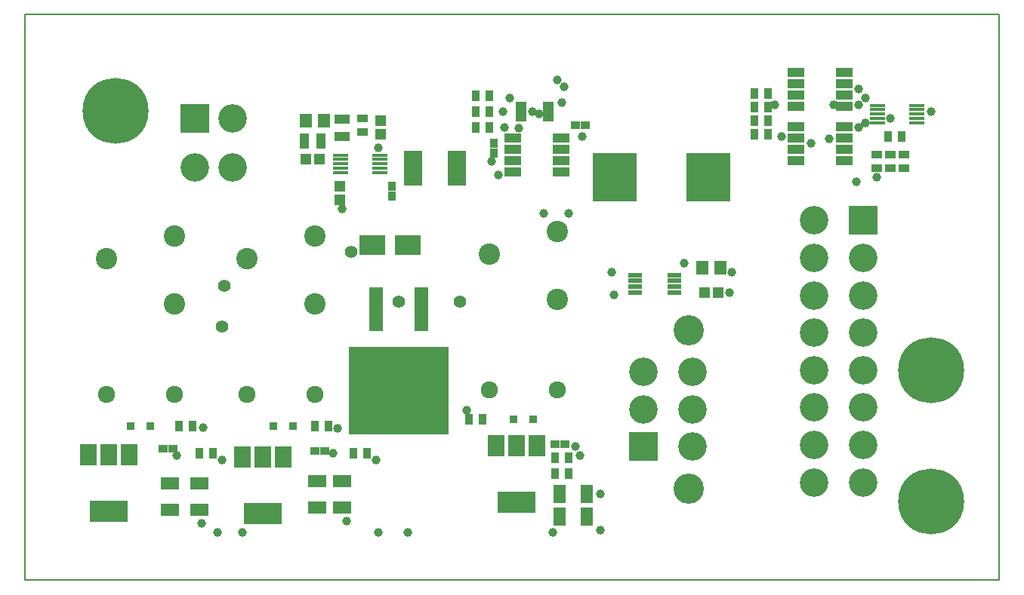
<source format=gbr>
%TF.GenerationSoftware,KiCad,Pcbnew,4.0.7-e2-6376~58~ubuntu16.04.1*%
%TF.CreationDate,2018-07-21T13:50:59-02:30*%
%TF.ProjectId,Battery_Shield,426174746572795F536869656C642E6B,rev?*%
%TF.FileFunction,Soldermask,Top*%
%FSLAX46Y46*%
G04 Gerber Fmt 4.6, Leading zero omitted, Abs format (unit mm)*
G04 Created by KiCad (PCBNEW 4.0.7-e2-6376~58~ubuntu16.04.1) date Sat Jul 21 13:50:59 2018*
%MOMM*%
%LPD*%
G01*
G04 APERTURE LIST*
%ADD10C,0.100000*%
%ADD11C,0.150000*%
%ADD12R,1.000000X0.900000*%
%ADD13R,0.900000X1.000000*%
%ADD14R,1.150000X1.200000*%
%ADD15R,1.200000X1.150000*%
%ADD16R,1.400000X1.650000*%
%ADD17R,0.900000X0.900000*%
%ADD18R,2.900000X2.200000*%
%ADD19R,2.000000X1.400000*%
%ADD20R,1.400000X2.000000*%
%ADD21R,3.200000X3.200000*%
%ADD22C,3.200000*%
%ADD23C,3.400000*%
%ADD24C,1.920000*%
%ADD25C,2.400000*%
%ADD26R,2.000000X3.900000*%
%ADD27R,4.900000X5.400000*%
%ADD28R,4.200000X2.400000*%
%ADD29R,1.900000X2.400000*%
%ADD30R,0.900000X1.300000*%
%ADD31R,1.500000X5.000000*%
%ADD32R,11.200000X9.800000*%
%ADD33R,1.300000X0.900000*%
%ADD34R,1.700000X1.100000*%
%ADD35R,1.100000X1.700000*%
%ADD36R,1.752400X0.452400*%
%ADD37R,1.950000X1.000000*%
%ADD38R,1.200000X0.700000*%
%ADD39R,1.552400X0.552400*%
%ADD40C,7.400000*%
%ADD41C,1.200000*%
%ADD42C,1.000000*%
%ADD43C,1.400000*%
G04 APERTURE END LIST*
D10*
D11*
X228600000Y-66040000D02*
X119380000Y-66040000D01*
X228600000Y-129540000D02*
X228600000Y-66040000D01*
X119380000Y-129540000D02*
X228600000Y-129540000D01*
X119380000Y-66040000D02*
X119380000Y-129540000D01*
D12*
X182160000Y-78486000D03*
X181060000Y-78486000D03*
D13*
X171958000Y-80476000D03*
X171958000Y-81576000D03*
D12*
X134832000Y-114808000D03*
X135932000Y-114808000D03*
X178774000Y-114300000D03*
X179874000Y-114300000D03*
X151850000Y-115062000D03*
X152950000Y-115062000D03*
D14*
X154686000Y-85356000D03*
X154686000Y-86856000D03*
X159258000Y-77990000D03*
X159258000Y-79490000D03*
D13*
X160528000Y-85302000D03*
X160528000Y-86402000D03*
D15*
X152388000Y-82296000D03*
X150888000Y-82296000D03*
D16*
X150892000Y-77978000D03*
X152892000Y-77978000D03*
D15*
X197092000Y-97282000D03*
X195592000Y-97282000D03*
D16*
X195342000Y-94488000D03*
X197342000Y-94488000D03*
D17*
X131234000Y-112268000D03*
X133434000Y-112268000D03*
X147236000Y-112268000D03*
X149436000Y-112268000D03*
X176360000Y-111506000D03*
X174160000Y-111506000D03*
D18*
X162274000Y-91948000D03*
X158274000Y-91948000D03*
D19*
X135636000Y-121642000D03*
X135636000Y-118642000D03*
X138938000Y-118642000D03*
X138938000Y-121642000D03*
D20*
X182348000Y-122428000D03*
X179348000Y-122428000D03*
X179348000Y-119888000D03*
X182348000Y-119888000D03*
D19*
X152146000Y-121388000D03*
X152146000Y-118388000D03*
X154940000Y-118388000D03*
X154940000Y-121388000D03*
D21*
X138430000Y-77724000D03*
D22*
X142630000Y-77724000D03*
X138430000Y-83224000D03*
X142630000Y-83224000D03*
D21*
X188722000Y-114554000D03*
D22*
X188722000Y-110354000D03*
X188722000Y-106154000D03*
X194222000Y-114554000D03*
X194222000Y-110354000D03*
X194222000Y-106154000D03*
D23*
X193762000Y-119254000D03*
X193762000Y-101454000D03*
D21*
X213360000Y-89154000D03*
D22*
X213360000Y-93354000D03*
X213360000Y-97554000D03*
X213360000Y-101754000D03*
X213360000Y-105954000D03*
X213360000Y-110154000D03*
X213360000Y-114354000D03*
X213360000Y-118554000D03*
X207860000Y-89154000D03*
X207860000Y-93354000D03*
X207860000Y-97554000D03*
X207860000Y-101754000D03*
X207860000Y-105954000D03*
X207860000Y-110154000D03*
X207860000Y-114354000D03*
X207860000Y-118554000D03*
D24*
X136144000Y-108712000D03*
D25*
X136144000Y-98552000D03*
X136144000Y-90932000D03*
X128524000Y-93472000D03*
D24*
X128524000Y-108712000D03*
X151892000Y-108712000D03*
D25*
X151892000Y-98552000D03*
X151892000Y-90932000D03*
X144272000Y-93472000D03*
D24*
X144272000Y-108712000D03*
X179070000Y-108204000D03*
D25*
X179070000Y-98044000D03*
X179070000Y-90424000D03*
X171450000Y-92964000D03*
D24*
X171450000Y-108204000D03*
D26*
X167794000Y-83312000D03*
X162914000Y-83312000D03*
D27*
X185504000Y-84328000D03*
X196004000Y-84328000D03*
D28*
X128778000Y-121768000D03*
D29*
X128778000Y-115468000D03*
X126478000Y-115468000D03*
X131078000Y-115468000D03*
D28*
X146050000Y-122022000D03*
D29*
X146050000Y-115722000D03*
X143750000Y-115722000D03*
X148350000Y-115722000D03*
D28*
X174498000Y-120752000D03*
D29*
X174498000Y-114452000D03*
X172198000Y-114452000D03*
X176798000Y-114452000D03*
D30*
X138950000Y-115316000D03*
X140450000Y-115316000D03*
X156222000Y-115316000D03*
X157722000Y-115316000D03*
X136664000Y-112268000D03*
X138164000Y-112268000D03*
X151904000Y-112268000D03*
X153404000Y-112268000D03*
X178828000Y-117602000D03*
X180328000Y-117602000D03*
D31*
X163830000Y-99127000D03*
X158750000Y-99127000D03*
D32*
X161290000Y-108277000D03*
D30*
X170676000Y-111506000D03*
X169176000Y-111506000D03*
X180328000Y-115824000D03*
X178828000Y-115824000D03*
X216166000Y-79756000D03*
X217666000Y-79756000D03*
D33*
X214884000Y-81800000D03*
X214884000Y-83300000D03*
X217932000Y-81800000D03*
X217932000Y-83300000D03*
X216408000Y-81800000D03*
X216408000Y-83300000D03*
D30*
X201180000Y-74930000D03*
X202680000Y-74930000D03*
X201180000Y-77978000D03*
X202680000Y-77978000D03*
X201180000Y-79502000D03*
X202680000Y-79502000D03*
X201180000Y-76454000D03*
X202680000Y-76454000D03*
X169938000Y-76962000D03*
X171438000Y-76962000D03*
X169938000Y-78740000D03*
X171438000Y-78740000D03*
X169938000Y-75184000D03*
X171438000Y-75184000D03*
D33*
X157226000Y-79236000D03*
X157226000Y-77736000D03*
D34*
X154940000Y-79690000D03*
X154940000Y-77790000D03*
D35*
X150688000Y-80264000D03*
X152588000Y-80264000D03*
D36*
X219370000Y-78216000D03*
X219370000Y-77716000D03*
X219370000Y-77216000D03*
X219370000Y-76716000D03*
X219370000Y-76216000D03*
X214970000Y-76216000D03*
X214970000Y-76716000D03*
X214970000Y-77216000D03*
X214970000Y-77716000D03*
X214970000Y-78216000D03*
D37*
X205834000Y-72517000D03*
X205834000Y-73787000D03*
X205834000Y-75057000D03*
X205834000Y-76327000D03*
X211234000Y-76327000D03*
X211234000Y-75057000D03*
X211234000Y-73787000D03*
X211234000Y-72517000D03*
X205834000Y-78613000D03*
X205834000Y-79883000D03*
X205834000Y-81153000D03*
X205834000Y-82423000D03*
X211234000Y-82423000D03*
X211234000Y-81153000D03*
X211234000Y-79883000D03*
X211234000Y-78613000D03*
D38*
X174980000Y-76212000D03*
X174980000Y-76712000D03*
X174980000Y-77212000D03*
X174980000Y-77712000D03*
X178080000Y-77712000D03*
X178080000Y-77212000D03*
X178080000Y-76712000D03*
X178080000Y-76212000D03*
D37*
X174084000Y-79883000D03*
X174084000Y-81153000D03*
X174084000Y-82423000D03*
X174084000Y-83693000D03*
X179484000Y-83693000D03*
X179484000Y-82423000D03*
X179484000Y-81153000D03*
X179484000Y-79883000D03*
D36*
X159172000Y-83804000D03*
X159172000Y-83304000D03*
X159172000Y-82804000D03*
X159172000Y-82304000D03*
X159172000Y-81804000D03*
X154772000Y-81804000D03*
X154772000Y-82304000D03*
X154772000Y-82804000D03*
X154772000Y-83304000D03*
X154772000Y-83804000D03*
D39*
X187792000Y-95291000D03*
X187792000Y-95941000D03*
X187792000Y-96591000D03*
X187792000Y-97241000D03*
X192192000Y-97241000D03*
X192192000Y-96591000D03*
X192192000Y-95941000D03*
X192192000Y-95291000D03*
D40*
X220980000Y-120747690D03*
D41*
X223605000Y-120747690D03*
X222836155Y-122603845D03*
X220980000Y-123372690D03*
X219123845Y-122603845D03*
X218355000Y-120747690D03*
X219123845Y-118891535D03*
X220980000Y-118122690D03*
X222836155Y-118891535D03*
D40*
X220980000Y-105996155D03*
D41*
X223605000Y-105996155D03*
X222836155Y-107852310D03*
X220980000Y-108621155D03*
X219123845Y-107852310D03*
X218355000Y-105996155D03*
X219123845Y-104140000D03*
X220980000Y-103371155D03*
X222836155Y-104140000D03*
D40*
X129540000Y-76883845D03*
D41*
X132165000Y-76883845D03*
X131396155Y-78740000D03*
X129540000Y-79508845D03*
X127683845Y-78740000D03*
X126915000Y-76883845D03*
X127683845Y-75027690D03*
X129540000Y-74258845D03*
X131396155Y-75027690D03*
D42*
X139325000Y-112425000D03*
X207518000Y-80518000D03*
X210058000Y-76200000D03*
X183896000Y-119888000D03*
X181102000Y-114554000D03*
X181610000Y-115570000D03*
X168910000Y-110490000D03*
X154432000Y-112522000D03*
X158750000Y-116078000D03*
X153924000Y-115316000D03*
X155448000Y-122936000D03*
X139192000Y-123190000D03*
X141478000Y-116078000D03*
X136398000Y-115570000D03*
X216408000Y-77724000D03*
X193294000Y-93980000D03*
X198628000Y-94996000D03*
X198374000Y-97282000D03*
X209550000Y-80010000D03*
X220980000Y-76962000D03*
X212852000Y-74422000D03*
X177038000Y-77216000D03*
X181864000Y-79756000D03*
X172466000Y-84074000D03*
X171704000Y-82550000D03*
X154940000Y-87884000D03*
X159004000Y-81026000D03*
D43*
X155956000Y-92710000D03*
D42*
X143764000Y-124206000D03*
X140970000Y-124206000D03*
X183896000Y-123952000D03*
X178562000Y-124206000D03*
X162306000Y-124206000D03*
X159004000Y-124206000D03*
D43*
X141478000Y-101092000D03*
X141732000Y-96520000D03*
D42*
X173168000Y-78734000D03*
X174718000Y-78759000D03*
X177546000Y-88392000D03*
X180340000Y-88392000D03*
X185166000Y-94996000D03*
X185420000Y-97536000D03*
X203454000Y-76200000D03*
X204216000Y-79756000D03*
X179070000Y-73406000D03*
X172974000Y-76962000D03*
X179578000Y-75946000D03*
X176276000Y-76962000D03*
X179832000Y-74168000D03*
X173736000Y-75438000D03*
D43*
X168148000Y-98298000D03*
X161290000Y-98298000D03*
D42*
X213614000Y-78232000D03*
X213614000Y-75438000D03*
X212852000Y-76200000D03*
X212852000Y-78740000D03*
X212598000Y-84836000D03*
X214884000Y-84328000D03*
M02*

</source>
